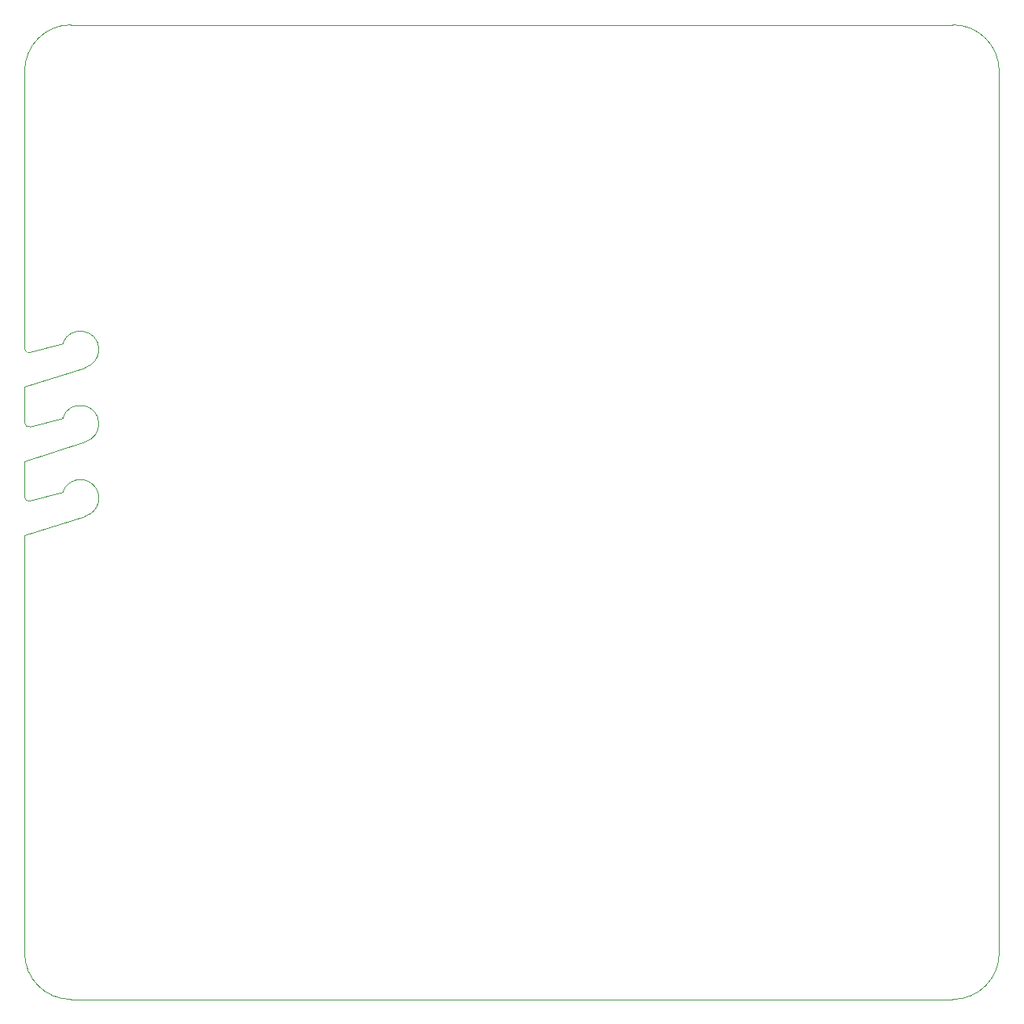
<source format=gbr>
%TF.GenerationSoftware,KiCad,Pcbnew,(6.0.7)*%
%TF.CreationDate,2022-10-06T16:10:22+02:00*%
%TF.ProjectId,mobo,6d6f626f-2e6b-4696-9361-645f70636258,4A*%
%TF.SameCoordinates,Original*%
%TF.FileFunction,Profile,NP*%
%FSLAX46Y46*%
G04 Gerber Fmt 4.6, Leading zero omitted, Abs format (unit mm)*
G04 Created by KiCad (PCBNEW (6.0.7)) date 2022-10-06 16:10:22*
%MOMM*%
%LPD*%
G01*
G04 APERTURE LIST*
%TA.AperFunction,Profile*%
%ADD10C,0.050000*%
%TD*%
G04 APERTURE END LIST*
D10*
X159000000Y-41000000D02*
X64000000Y-41000000D01*
X64000000Y-41000000D02*
G75*
G03*
X59000000Y-46000000I0J-5000000D01*
G01*
X164000000Y-46000000D02*
G75*
G03*
X159000000Y-41000000I-5000000J0D01*
G01*
X164000000Y-141000000D02*
X164000000Y-46000000D01*
X67000000Y-83999999D02*
G75*
G03*
X63102634Y-83367543I-2000000J-1D01*
G01*
X65486834Y-93937609D02*
G75*
G03*
X63104404Y-91364887I-485034J1940309D01*
G01*
X59000000Y-91897344D02*
X59000000Y-88000000D01*
X63102634Y-83367543D02*
X59600000Y-84300000D01*
X65485069Y-85940284D02*
X59000000Y-88000000D01*
X63102634Y-75367544D02*
X59600000Y-76300000D01*
X63104404Y-91364887D02*
X59600000Y-92297343D01*
X67000000Y-76000000D02*
G75*
G03*
X63102634Y-75367544I-2000000J0D01*
G01*
X58999962Y-91897346D02*
G75*
G03*
X59600000Y-92297343I445638J18446D01*
G01*
X65485071Y-77940285D02*
G75*
G03*
X67000000Y-76000000I-485071J1940285D01*
G01*
X59000000Y-75900000D02*
G75*
G03*
X59600000Y-76300000I443400J15100D01*
G01*
X65485069Y-85940284D02*
G75*
G03*
X66999998Y-83999999I-485069J1940284D01*
G01*
X64000000Y-146000000D02*
X159000000Y-146000000D01*
X59000000Y-95997344D02*
X59000000Y-141000000D01*
X65485071Y-77940285D02*
X59000000Y-80000000D01*
X59000000Y-141000000D02*
G75*
G03*
X64000000Y-146000000I5000000J0D01*
G01*
X65486839Y-93937628D02*
X59000000Y-95997344D01*
X59000000Y-75900000D02*
X59000000Y-46000000D01*
X59000001Y-83900000D02*
G75*
G03*
X59600000Y-84299999I445599J18400D01*
G01*
X59000000Y-80000000D02*
X59000000Y-83900000D01*
X159000000Y-146000000D02*
G75*
G03*
X164000000Y-141000000I0J5000000D01*
G01*
M02*

</source>
